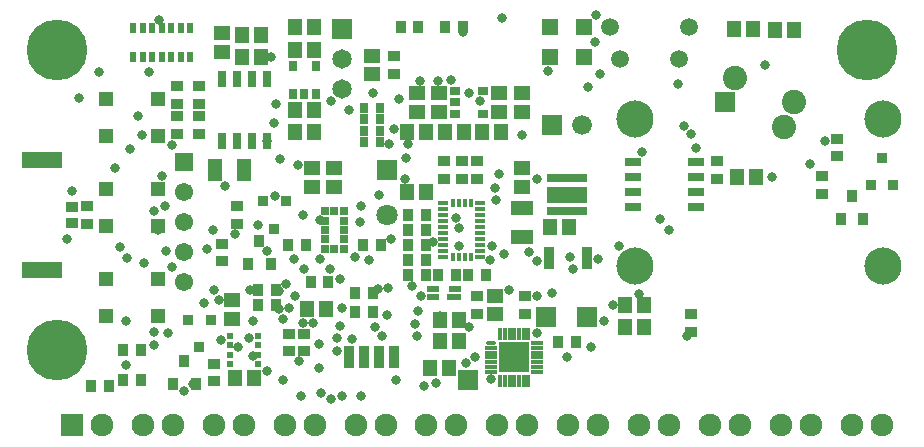
<source format=gts>
G04*
G04 #@! TF.GenerationSoftware,Altium Limited,CircuitStudio,1.5.2 (1.5.2.30)*
G04*
G04 Layer_Color=20142*
%FSAX24Y24*%
%MOIN*%
G70*
G01*
G75*
%ADD92R,0.0768X0.0453*%
%ADD93R,0.1358X0.0256*%
%ADD94R,0.1358X0.0571*%
%ADD95R,0.0256X0.0256*%
%ADD96R,0.0453X0.0197*%
%ADD97R,0.0413X0.0197*%
%ADD98R,0.0374X0.0768*%
%ADD99R,0.0358X0.0358*%
%ADD100R,0.0276X0.0374*%
%ADD101R,0.0374X0.0413*%
%ADD102R,0.0571X0.0295*%
%ADD103R,0.0551X0.0539*%
%ADD104R,0.0295X0.0571*%
%ADD105R,0.0650X0.0650*%
%ADD106R,0.0139X0.0395*%
%ADD107R,0.0395X0.0139*%
%ADD108O,0.0395X0.0139*%
%ADD109R,0.1004X0.1004*%
%ADD110R,0.0197X0.0354*%
%ADD111R,0.1319X0.0571*%
%ADD112R,0.0354X0.0768*%
%ADD113R,0.0325X0.0157*%
%ADD114R,0.0157X0.0285*%
%ADD115R,0.0217X0.0217*%
%ADD116R,0.0295X0.0343*%
%ADD117R,0.0453X0.0571*%
%ADD118R,0.0453X0.0453*%
%ADD119R,0.0413X0.0374*%
%ADD120R,0.0650X0.0650*%
%ADD121R,0.0374X0.0413*%
%ADD122R,0.0571X0.0453*%
%ADD123R,0.0335X0.0413*%
%ADD124R,0.0413X0.0335*%
%ADD125R,0.0374X0.0276*%
%ADD126R,0.0453X0.0768*%
%ADD127C,0.0589*%
%ADD128C,0.0759*%
%ADD129R,0.0759X0.0759*%
%ADD130C,0.0609*%
%ADD131R,0.0609X0.0609*%
%ADD132C,0.1240*%
%ADD133C,0.0059*%
%ADD134R,0.0709X0.0709*%
%ADD135C,0.0809*%
%ADD136C,0.2028*%
%ADD137C,0.0650*%
%ADD138C,0.0659*%
%ADD139R,0.0659X0.0659*%
%ADD140C,0.0709*%
%ADD141C,0.0329*%
D92*
X027000Y018242D02*
D03*
Y017258D02*
D03*
D93*
X028500Y018130D02*
D03*
Y019232D02*
D03*
D94*
Y018681D02*
D03*
D95*
X020750Y018130D02*
D03*
X020435D02*
D03*
Y017815D02*
D03*
Y017500D02*
D03*
Y017185D02*
D03*
Y016870D02*
D03*
X020750D02*
D03*
X021065D02*
D03*
Y017185D02*
D03*
Y017500D02*
D03*
Y017815D02*
D03*
Y018130D02*
D03*
D96*
X024754Y015262D02*
D03*
D97*
X024774Y015538D02*
D03*
X024026Y015262D02*
D03*
Y015538D02*
D03*
D98*
X021250Y013250D02*
D03*
X021750D02*
D03*
X022250D02*
D03*
X022750D02*
D03*
D99*
X018750Y017548D02*
D03*
X019124Y018450D02*
D03*
X018376D02*
D03*
X039000Y019902D02*
D03*
X038626Y019000D02*
D03*
X039374D02*
D03*
X016250Y013598D02*
D03*
X016624Y014500D02*
D03*
X015876Y014500D02*
D03*
D100*
X019750Y022028D02*
D03*
X019376D02*
D03*
X020124D02*
D03*
Y022972D02*
D03*
X019376D02*
D03*
D101*
X018250Y017144D02*
D03*
X018624Y016356D02*
D03*
X017876D02*
D03*
X038000Y018644D02*
D03*
X038374Y017856D02*
D03*
X037626D02*
D03*
X015750Y013144D02*
D03*
X016124Y012356D02*
D03*
X015376D02*
D03*
D102*
X032793Y018250D02*
D03*
Y018750D02*
D03*
Y019250D02*
D03*
Y019750D02*
D03*
X030707Y018250D02*
D03*
Y018750D02*
D03*
Y019250D02*
D03*
Y019750D02*
D03*
D103*
X027929Y024250D02*
D03*
X029071D02*
D03*
X027929Y023250D02*
D03*
X029071D02*
D03*
D104*
X018500Y022543D02*
D03*
X018000D02*
D03*
X017500D02*
D03*
X017000D02*
D03*
X018500Y020457D02*
D03*
X018000Y020457D02*
D03*
X017500D02*
D03*
X017000Y020457D02*
D03*
D105*
X029189Y014600D02*
D03*
X027811D02*
D03*
D106*
X026278Y014018D02*
D03*
X026435D02*
D03*
X026593D02*
D03*
X026750D02*
D03*
X026907D02*
D03*
X027065D02*
D03*
X027222D02*
D03*
Y012482D02*
D03*
X027065D02*
D03*
X026907D02*
D03*
X026750D02*
D03*
X026593D02*
D03*
X026435D02*
D03*
X026278D02*
D03*
D107*
X027518Y013722D02*
D03*
Y013565D02*
D03*
Y013407D02*
D03*
Y013250D02*
D03*
Y013093D02*
D03*
Y012935D02*
D03*
Y012778D02*
D03*
X025982D02*
D03*
Y012935D02*
D03*
Y013093D02*
D03*
Y013250D02*
D03*
Y013407D02*
D03*
Y013565D02*
D03*
D108*
Y013722D02*
D03*
D109*
X026750Y013250D02*
D03*
D110*
X015945Y024222D02*
D03*
X015630D02*
D03*
X015315D02*
D03*
X015000D02*
D03*
X014685D02*
D03*
X014370D02*
D03*
X014055D02*
D03*
X015945Y023278D02*
D03*
X015630D02*
D03*
X015315D02*
D03*
X015000D02*
D03*
X014685D02*
D03*
X014370D02*
D03*
X014055D02*
D03*
D111*
X011000Y019831D02*
D03*
Y016169D02*
D03*
D112*
X029190Y016550D02*
D03*
X027910D02*
D03*
D113*
X024386Y016614D02*
D03*
Y016811D02*
D03*
Y017008D02*
D03*
Y017205D02*
D03*
Y017402D02*
D03*
Y017598D02*
D03*
Y017795D02*
D03*
Y017992D02*
D03*
Y018189D02*
D03*
Y018386D02*
D03*
X025614Y016614D02*
D03*
Y016811D02*
D03*
Y017008D02*
D03*
Y017205D02*
D03*
Y017402D02*
D03*
Y017598D02*
D03*
Y017795D02*
D03*
Y017992D02*
D03*
Y018189D02*
D03*
Y018386D02*
D03*
D114*
X025295Y018409D02*
D03*
X025098D02*
D03*
X024902D02*
D03*
X024705D02*
D03*
Y016591D02*
D03*
X024902D02*
D03*
X025098D02*
D03*
X025295D02*
D03*
D115*
X017278Y013972D02*
D03*
Y013657D02*
D03*
Y013343D02*
D03*
Y013028D02*
D03*
X018222D02*
D03*
Y013343D02*
D03*
Y013657D02*
D03*
Y013972D02*
D03*
D116*
X021724Y021573D02*
D03*
Y021191D02*
D03*
Y020809D02*
D03*
Y020427D02*
D03*
X022276Y021573D02*
D03*
Y021191D02*
D03*
Y020809D02*
D03*
Y020427D02*
D03*
D117*
X023185Y020750D02*
D03*
X023815D02*
D03*
X017685Y023250D02*
D03*
X018315D02*
D03*
X019435Y020750D02*
D03*
X020065D02*
D03*
X019435Y021500D02*
D03*
X020065D02*
D03*
X019435Y023500D02*
D03*
X020065D02*
D03*
X019435Y024250D02*
D03*
X020065D02*
D03*
X030435Y014250D02*
D03*
X031065D02*
D03*
X030435Y015000D02*
D03*
X031065D02*
D03*
X024565Y012900D02*
D03*
X023935D02*
D03*
X034815Y019250D02*
D03*
X034185D02*
D03*
X018315Y024000D02*
D03*
X017685D02*
D03*
X020465Y014850D02*
D03*
X019835D02*
D03*
X028565Y017600D02*
D03*
X027935D02*
D03*
X024435Y020750D02*
D03*
X025065D02*
D03*
X026315D02*
D03*
X025685D02*
D03*
X023185Y018750D02*
D03*
X023815D02*
D03*
X018065Y012550D02*
D03*
X017435D02*
D03*
X024915Y013800D02*
D03*
X024285D02*
D03*
X024915Y014500D02*
D03*
X024285D02*
D03*
X036065Y024150D02*
D03*
X035435D02*
D03*
X034715Y024200D02*
D03*
X034085D02*
D03*
D118*
X013134Y014620D02*
D03*
Y015880D02*
D03*
X014866D02*
D03*
Y014620D02*
D03*
X013134Y020620D02*
D03*
Y021880D02*
D03*
X014866D02*
D03*
Y020620D02*
D03*
X013134Y017620D02*
D03*
Y018880D02*
D03*
X014866D02*
D03*
Y017620D02*
D03*
D119*
X012000Y017724D02*
D03*
Y018276D02*
D03*
X019250Y014026D02*
D03*
Y013474D02*
D03*
D120*
X025200Y012500D02*
D03*
X022500Y019500D02*
D03*
X021000Y024200D02*
D03*
D121*
X022974Y024250D02*
D03*
X023526D02*
D03*
X019974Y015750D02*
D03*
X020526D02*
D03*
D122*
X023500Y022065D02*
D03*
Y021435D02*
D03*
X024250Y022065D02*
D03*
X024250Y021435D02*
D03*
X026250Y022065D02*
D03*
Y021435D02*
D03*
X027000Y022065D02*
D03*
Y021435D02*
D03*
X026100Y014685D02*
D03*
Y015315D02*
D03*
X017000Y023435D02*
D03*
Y024065D02*
D03*
X027000Y019565D02*
D03*
Y018935D02*
D03*
X017350Y014535D02*
D03*
Y015165D02*
D03*
X020000Y018935D02*
D03*
Y019565D02*
D03*
X020750Y018935D02*
D03*
Y019565D02*
D03*
X022000Y022685D02*
D03*
Y023315D02*
D03*
D123*
X025045Y024250D02*
D03*
X024455D02*
D03*
X018205Y015500D02*
D03*
X018795D02*
D03*
X012655Y012300D02*
D03*
X013245D02*
D03*
X021455Y015400D02*
D03*
X022045D02*
D03*
X028795Y013750D02*
D03*
X028205D02*
D03*
X023205Y017000D02*
D03*
X023795D02*
D03*
X023205Y017500D02*
D03*
X023795D02*
D03*
X023205Y016000D02*
D03*
X023795D02*
D03*
X023205Y016500D02*
D03*
X023795D02*
D03*
X024205Y016000D02*
D03*
X024795D02*
D03*
X023795Y018000D02*
D03*
X023205D02*
D03*
X025205Y016000D02*
D03*
X025795D02*
D03*
X019205Y017000D02*
D03*
X019795D02*
D03*
X022295Y017000D02*
D03*
X021705D02*
D03*
X014295Y013500D02*
D03*
X013705D02*
D03*
X013705Y012500D02*
D03*
X014295D02*
D03*
X021455Y014750D02*
D03*
X022045D02*
D03*
X018205Y015000D02*
D03*
X018795D02*
D03*
D124*
X016250Y021705D02*
D03*
Y022295D02*
D03*
X016250Y021295D02*
D03*
Y020705D02*
D03*
X019750Y014045D02*
D03*
Y013455D02*
D03*
X015500Y021295D02*
D03*
Y020705D02*
D03*
X033500Y019205D02*
D03*
Y019795D02*
D03*
X027100Y014705D02*
D03*
Y015295D02*
D03*
X025500Y019795D02*
D03*
Y019205D02*
D03*
X015500Y021705D02*
D03*
Y022295D02*
D03*
X025000Y019205D02*
D03*
Y019795D02*
D03*
X024400Y019205D02*
D03*
Y019795D02*
D03*
X016750Y013045D02*
D03*
Y012455D02*
D03*
X037500Y020545D02*
D03*
Y019955D02*
D03*
X037000Y018705D02*
D03*
Y019295D02*
D03*
X012500Y018295D02*
D03*
Y017705D02*
D03*
X017500Y018295D02*
D03*
Y017705D02*
D03*
X022750Y023295D02*
D03*
Y022705D02*
D03*
X017000Y016455D02*
D03*
Y017045D02*
D03*
X025500Y014705D02*
D03*
Y015295D02*
D03*
X032650Y014105D02*
D03*
Y014695D02*
D03*
D125*
X024778Y021750D02*
D03*
Y022124D02*
D03*
Y021376D02*
D03*
X025722D02*
D03*
Y022124D02*
D03*
D126*
X016758Y019500D02*
D03*
X017742D02*
D03*
D127*
X032559Y024250D02*
D03*
X029941D02*
D03*
X032234Y023187D02*
D03*
X030266D02*
D03*
D128*
X038992Y011000D02*
D03*
X037992D02*
D03*
X036630D02*
D03*
X035630D02*
D03*
X034268D02*
D03*
X033268D02*
D03*
X031906D02*
D03*
X030906D02*
D03*
X029543D02*
D03*
X028543D02*
D03*
X027181D02*
D03*
X026181D02*
D03*
X024819D02*
D03*
X023819D02*
D03*
X022457D02*
D03*
X021457D02*
D03*
X020094D02*
D03*
X019094D02*
D03*
X017732D02*
D03*
X016732D02*
D03*
X015370D02*
D03*
X014370D02*
D03*
X013008D02*
D03*
D129*
X012008D02*
D03*
D130*
X015750Y015750D02*
D03*
Y016750D02*
D03*
Y017750D02*
D03*
Y018750D02*
D03*
D131*
Y019750D02*
D03*
D132*
X030787Y021213D02*
D03*
X039055D02*
D03*
Y016291D02*
D03*
X030787D02*
D03*
D133*
X034921Y016331D02*
D03*
D134*
X033770Y021750D02*
D03*
D135*
X036070D02*
D03*
X035731Y020939D02*
D03*
X034109Y022561D02*
D03*
D136*
X011500Y013500D02*
D03*
Y023500D02*
D03*
X038500D02*
D03*
D137*
X021000Y023200D02*
D03*
Y022200D02*
D03*
D138*
X029000Y021000D02*
D03*
D139*
X028000D02*
D03*
D140*
X022500Y018000D02*
D03*
D141*
X013955Y020195D02*
D03*
X032495Y013950D02*
D03*
X031900Y017500D02*
D03*
X031600Y017850D02*
D03*
X018950Y019850D02*
D03*
X022628Y017184D02*
D03*
X021600Y017750D02*
D03*
X022524Y015549D02*
D03*
X020270Y017837D02*
D03*
X019700Y018000D02*
D03*
X019550Y019650D02*
D03*
X018055Y014455D02*
D03*
X017900Y013885D02*
D03*
X017551Y013597D02*
D03*
X018050Y013300D02*
D03*
X017950Y015500D02*
D03*
X019150Y015700D02*
D03*
X018900Y015450D02*
D03*
X022250Y018650D02*
D03*
X021650Y018300D02*
D03*
X018779Y018643D02*
D03*
X022194Y015535D02*
D03*
X022500Y014650D02*
D03*
X022050Y014750D02*
D03*
X022100Y014250D02*
D03*
X023342Y015628D02*
D03*
X023654Y015304D02*
D03*
X023550Y014800D02*
D03*
X021900Y016500D02*
D03*
X021450Y016600D02*
D03*
X024285Y014635D02*
D03*
X022325Y013975D02*
D03*
X023450Y014350D02*
D03*
X019450Y015300D02*
D03*
X019230Y014884D02*
D03*
X020283Y016523D02*
D03*
X019750Y016200D02*
D03*
X020950Y015850D02*
D03*
X021000Y014900D02*
D03*
X020950Y014300D02*
D03*
X021350Y013850D02*
D03*
X019407Y016523D02*
D03*
X013850Y016550D02*
D03*
X015093Y018307D02*
D03*
X014728Y018128D02*
D03*
X018650Y023250D02*
D03*
X018500Y020457D02*
D03*
X018803Y021688D02*
D03*
X018750Y021050D02*
D03*
X030050Y015000D02*
D03*
X025045Y024095D02*
D03*
X025450Y013250D02*
D03*
X025150Y013050D02*
D03*
X019574Y013122D02*
D03*
X018500Y016800D02*
D03*
X018200Y017650D02*
D03*
X023100Y019200D02*
D03*
X025950Y016500D02*
D03*
X026563Y015500D02*
D03*
X026400Y016700D02*
D03*
X027242Y016758D02*
D03*
X026750Y013450D02*
D03*
X024900Y016950D02*
D03*
X024800Y017900D02*
D03*
X024900Y017550D02*
D03*
X024050Y017100D02*
D03*
X015732Y012132D02*
D03*
X014866Y017484D02*
D03*
X022800Y012500D02*
D03*
X021650Y011950D02*
D03*
X021000D02*
D03*
X020650Y011850D02*
D03*
X020300Y012050D02*
D03*
X020850Y013900D02*
D03*
X020051Y014399D02*
D03*
X019050Y014533D02*
D03*
X020250Y013700D02*
D03*
X020850Y013450D02*
D03*
X019050Y012500D02*
D03*
X020253Y012890D02*
D03*
X018500Y012800D02*
D03*
X016965Y013835D02*
D03*
X022589Y020350D02*
D03*
X022750Y020850D02*
D03*
X023150Y019900D02*
D03*
X023200Y020350D02*
D03*
X022050Y022050D02*
D03*
X025600Y021800D02*
D03*
X025250Y022050D02*
D03*
X016750Y015500D02*
D03*
X016915Y015165D02*
D03*
X017235Y014535D02*
D03*
X023500Y013950D02*
D03*
X016400Y015050D02*
D03*
X024650Y022500D02*
D03*
X024217Y022467D02*
D03*
X023600Y022457D02*
D03*
X021250Y021500D02*
D03*
X022900Y021850D02*
D03*
X019650Y011950D02*
D03*
X014750Y013650D02*
D03*
X015200Y014050D02*
D03*
X015350Y016282D02*
D03*
X014400Y016400D02*
D03*
X013800Y014450D02*
D03*
X014725Y014105D02*
D03*
X016056Y012356D02*
D03*
X015150Y016800D02*
D03*
X015000Y019300D02*
D03*
X014350Y020650D02*
D03*
X015325Y020325D02*
D03*
X016500Y016850D02*
D03*
X016700Y017500D02*
D03*
X017100Y018950D02*
D03*
X012900Y022750D02*
D03*
X014200Y021300D02*
D03*
X027500Y014050D02*
D03*
X028000Y015400D02*
D03*
X027500Y015300D02*
D03*
X030900Y015350D02*
D03*
X030250Y016950D02*
D03*
X032400Y020950D02*
D03*
X032650Y020700D02*
D03*
X026150Y018500D02*
D03*
X027000Y020650D02*
D03*
X027500Y016481D02*
D03*
X028622Y016592D02*
D03*
X026250Y019350D02*
D03*
X026100Y018900D02*
D03*
X014581Y022781D02*
D03*
X037100Y020450D02*
D03*
X027885Y022785D02*
D03*
X031000Y020100D02*
D03*
X028500Y013250D02*
D03*
X024150Y012400D02*
D03*
X023750Y012300D02*
D03*
X029300Y013600D02*
D03*
X029750Y014450D02*
D03*
X035100Y023000D02*
D03*
X032793Y020243D02*
D03*
X032200Y022350D02*
D03*
X036595Y019700D02*
D03*
X035350Y019250D02*
D03*
X029200Y022250D02*
D03*
X026350Y024550D02*
D03*
X014900Y024500D02*
D03*
X017450Y017350D02*
D03*
X012250Y021900D02*
D03*
X013622Y016922D02*
D03*
X013435Y019565D02*
D03*
X029450Y023750D02*
D03*
X029471Y024650D02*
D03*
X029600Y022700D02*
D03*
X029527Y016523D02*
D03*
X025982Y012532D02*
D03*
X027500Y019200D02*
D03*
X028700Y016200D02*
D03*
X019721Y014399D02*
D03*
X018900Y014850D02*
D03*
X020600Y016200D02*
D03*
X020642Y021808D02*
D03*
X026000Y016950D02*
D03*
X025250Y014250D02*
D03*
X012000Y018800D02*
D03*
X011850Y017200D02*
D03*
X013800Y013000D02*
D03*
M02*

</source>
